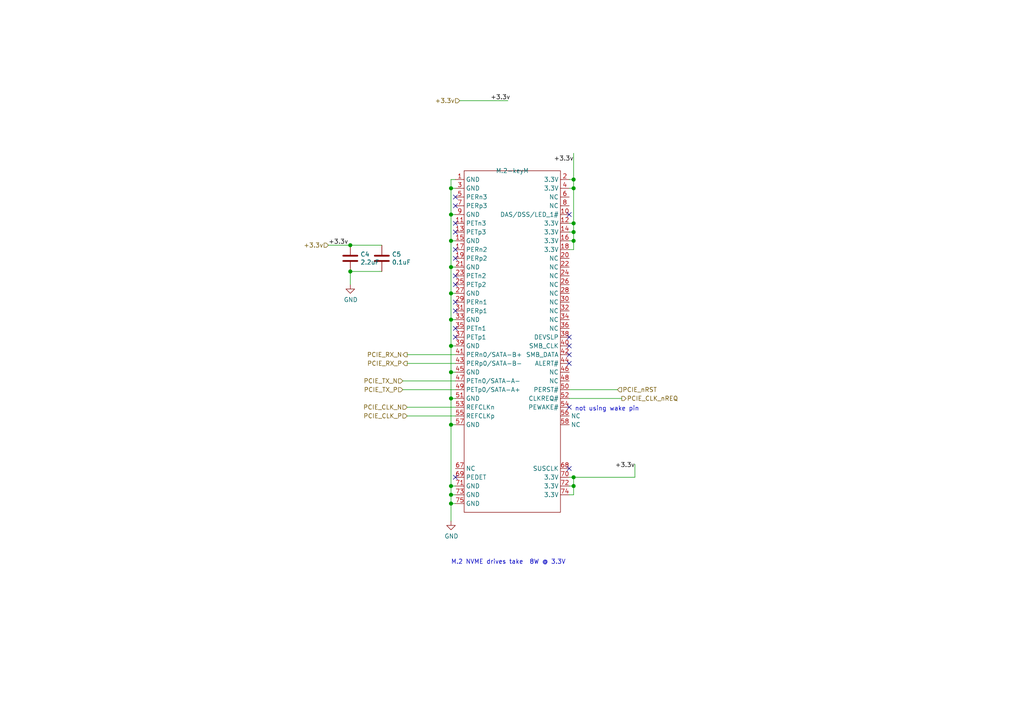
<source format=kicad_sch>
(kicad_sch (version 20210406) (generator eeschema)
  (paper "A4")
  (lib_symbols
    (symbol "CM4IO:M.2-keyM"
      (property "Value" "M.2-keyM" (at 5.08 -1.27 0))
      (symbol "M.2-keyM_0_0"
        (pin passive line (at 12.7 -15.24 180) (length 2.54) (name "DAS/DSS/LED_1#") (number "10"))
        (pin passive line (at -20.32 -17.78 0) (length 2.54) (name "PETn3") (number "11"))
        (pin power_in line (at 12.7 -17.78 180) (length 2.54) (name "3.3V") (number "12"))
        (pin passive line (at -20.32 -20.32 0) (length 2.54) (name "PETp3") (number "13"))
        (pin power_in line (at 12.7 -20.32 180) (length 2.54) (name "3.3V") (number "14"))
        (pin power_in line (at -20.32 -22.86 0) (length 2.54) (name "GND") (number "15"))
        (pin power_in line (at 12.7 -22.86 180) (length 2.54) (name "3.3V") (number "16"))
        (pin passive line (at -20.32 -25.4 0) (length 2.54) (name "PERn2") (number "17"))
        (pin power_in line (at 12.7 -25.4 180) (length 2.54) (name "3.3V") (number "18"))
        (pin passive line (at -20.32 -27.94 0) (length 2.54) (name "PERp2") (number "19"))
        (pin free line (at 12.7 -27.94 180) (length 2.54) (name "NC") (number "20"))
        (pin power_in line (at -20.32 -30.48 0) (length 2.54) (name "GND") (number "21"))
        (pin free line (at 12.7 -30.48 180) (length 2.54) (name "NC") (number "22"))
        (pin passive line (at -20.32 -33.02 0) (length 2.54) (name "PETn2") (number "23"))
        (pin free line (at 12.7 -33.02 180) (length 2.54) (name "NC") (number "24"))
        (pin passive line (at -20.32 -35.56 0) (length 2.54) (name "PETp2") (number "25"))
        (pin free line (at 12.7 -35.56 180) (length 2.54) (name "NC") (number "26"))
        (pin power_in line (at -20.32 -38.1 0) (length 2.54) (name "GND") (number "27"))
        (pin free line (at 12.7 -38.1 180) (length 2.54) (name "NC") (number "28"))
        (pin passive line (at -20.32 -40.64 0) (length 2.54) (name "PERn1") (number "29"))
        (pin power_in line (at -20.32 -7.62 0) (length 2.54) (name "GND") (number "3"))
        (pin free line (at 12.7 -40.64 180) (length 2.54) (name "NC") (number "30"))
        (pin passive line (at -20.32 -43.18 0) (length 2.54) (name "PERp1") (number "31"))
        (pin free line (at 12.7 -43.18 180) (length 2.54) (name "NC") (number "32"))
        (pin power_in line (at -20.32 -45.72 0) (length 2.54) (name "GND") (number "33"))
        (pin free line (at 12.7 -45.72 180) (length 2.54) (name "NC") (number "34"))
        (pin passive line (at -20.32 -48.26 0) (length 2.54) (name "PETn1") (number "35"))
        (pin free line (at 12.7 -48.26 180) (length 2.54) (name "NC") (number "36"))
        (pin passive line (at -20.32 -50.8 0) (length 2.54) (name "PETp1") (number "37"))
        (pin passive line (at 12.7 -50.8 180) (length 2.54) (name "DEVSLP") (number "38"))
        (pin passive line (at -20.32 -53.34 0) (length 2.54) (name "GND") (number "39"))
        (pin power_in line (at 12.7 -7.62 180) (length 2.54) (name "3.3V") (number "4"))
        (pin passive line (at 12.7 -53.34 180) (length 2.54) (name "SMB_CLK") (number "40"))
        (pin passive line (at -20.32 -55.88 0) (length 2.54) (name "PERn0/SATA-B+") (number "41"))
        (pin passive line (at 12.7 -55.88 180) (length 2.54) (name "SMB_DATA") (number "42"))
        (pin passive line (at -20.32 -58.42 0) (length 2.54) (name "PERp0/SATA-B-") (number "43"))
        (pin passive line (at 12.7 -58.42 180) (length 2.54) (name "ALERT#") (number "44"))
        (pin power_in line (at -20.32 -60.96 0) (length 2.54) (name "GND") (number "45"))
        (pin free line (at 12.7 -60.96 180) (length 2.54) (name "NC") (number "46"))
        (pin passive line (at -20.32 -63.5 0) (length 2.54) (name "PETn0/SATA-A-") (number "47"))
        (pin free line (at 12.7 -63.5 180) (length 2.54) (name "NC") (number "48"))
        (pin passive line (at -20.32 -66.04 0) (length 2.54) (name "PETp0/SATA-A+") (number "49"))
        (pin passive line (at -20.32 -10.16 0) (length 2.54) (name "PERn3") (number "5"))
        (pin passive line (at 12.7 -66.04 180) (length 2.54) (name "PERST#") (number "50"))
        (pin power_in line (at -20.32 -68.58 0) (length 2.54) (name "GND") (number "51"))
        (pin passive line (at 12.7 -68.58 180) (length 2.54) (name "CLKREQ#") (number "52"))
        (pin passive line (at -20.32 -71.12 0) (length 2.54) (name "REFCLKn") (number "53"))
        (pin passive line (at 12.7 -71.12 180) (length 2.54) (name "PEWAKE#") (number "54"))
        (pin passive line (at -20.32 -73.66 0) (length 2.54) (name "REFCLKp") (number "55"))
        (pin free line (at 10.16 -73.66 0) (length 2.54) (name "NC") (number "56"))
        (pin power_in line (at -20.32 -76.2 0) (length 2.54) (name "GND") (number "57"))
        (pin free line (at 10.16 -76.2 0) (length 2.54) (name "NC") (number "58"))
        (pin free line (at 12.7 -10.16 180) (length 2.54) (name "NC") (number "6"))
        (pin free line (at -20.32 -88.9 0) (length 2.54) (name "NC") (number "67"))
        (pin passive line (at 12.7 -88.9 180) (length 2.54) (name "SUSCLK") (number "68"))
        (pin passive line (at -20.32 -91.44 0) (length 2.54) (name "PEDET") (number "69"))
        (pin passive line (at -20.32 -12.7 0) (length 2.54) (name "PERp3") (number "7"))
        (pin power_in line (at 12.7 -91.44 180) (length 2.54) (name "3.3V") (number "70"))
        (pin power_in line (at -20.32 -93.98 0) (length 2.54) (name "GND") (number "71"))
        (pin power_in line (at 12.7 -93.98 180) (length 2.54) (name "3.3V") (number "72"))
        (pin power_in line (at -20.32 -96.52 0) (length 2.54) (name "GND") (number "73"))
        (pin power_in line (at 12.7 -96.52 180) (length 2.54) (name "3.3V") (number "74"))
        (pin power_in line (at -20.32 -99.06 0) (length 2.54) (name "GND") (number "75"))
        (pin free line (at 12.7 -12.7 180) (length 2.54) (name "NC") (number "8"))
        (pin power_in line (at -20.32 -15.24 0) (length 2.54) (name "GND") (number "9"))
      )
      (symbol "M.2-keyM_0_1"
        (rectangle (start -17.78 -2.54) (end 10.16 -101.6) (stroke (width 0.1524)))
      )
      (symbol "M.2-keyM_1_1"
        (pin power_in line (at -20.32 -5.08 0) (length 2.54) (name "GND") (number "1"))
        (pin power_in line (at 12.7 -5.08 180) (length 2.54) (name "3.3V") (number "2"))
      )
    )
    (symbol "Device:C" (pin_numbers hide) (pin_names (offset 0.254))
      (property "Reference" "C" (at 0.635 2.54 0))
      (property "Value" "C" (at 0.635 -2.54 0))
      (symbol "C_0_1"
        (polyline (pts (xy -2.032 -0.762) (xy 2.032 -0.762)) (stroke (width 0.508)))
        (polyline (pts (xy -2.032 0.762) (xy 2.032 0.762)) (stroke (width 0.508)))
      )
      (symbol "C_1_1"
        (pin passive line (at 0 3.81 270) (length 2.794) (name "~") (number "1"))
        (pin passive line (at 0 -3.81 90) (length 2.794) (name "~") (number "2"))
      )
    )
    (symbol "power:GND" (power) (pin_names (offset 0))
      (property "Value" "GND" (at 0 -3.81 0))
      (symbol "GND_0_1"
        (polyline (pts (xy 0 0) (xy 0 -1.27) (xy 1.27 -1.27) (xy 0 -2.54) (xy -1.27 -1.27) (xy 0 -1.27)))
      )
      (symbol "GND_1_1"
        (pin power_in line (at 0 0 270) (length 0) hide (name "GND") (number "1"))
      )
    )
  )
  (junction (at 101.6 71.12) (diameter 1.016))
  (junction (at 101.6 78.74) (diameter 1.016))
  (junction (at 130.81 54.61) (diameter 1.016))
  (junction (at 130.81 62.23) (diameter 1.016))
  (junction (at 130.81 69.85) (diameter 1.016))
  (junction (at 130.81 77.47) (diameter 1.016))
  (junction (at 130.81 85.09) (diameter 1.016))
  (junction (at 130.81 92.71) (diameter 1.016))
  (junction (at 130.81 100.33) (diameter 1.016))
  (junction (at 130.81 107.95) (diameter 1.016))
  (junction (at 130.81 115.57) (diameter 1.016))
  (junction (at 130.81 123.19) (diameter 1.016))
  (junction (at 130.81 140.97) (diameter 1.016))
  (junction (at 130.81 143.51) (diameter 1.016))
  (junction (at 130.81 146.05) (diameter 1.016))
  (junction (at 166.37 52.07) (diameter 1.016))
  (junction (at 166.37 54.61) (diameter 1.016))
  (junction (at 166.37 64.77) (diameter 1.016))
  (junction (at 166.37 67.31) (diameter 1.016))
  (junction (at 166.37 69.85) (diameter 1.016))
  (junction (at 166.37 138.43) (diameter 1.016))
  (junction (at 166.37 140.97) (diameter 1.016))
  (no_connect (at 132.08 57.15))
  (no_connect (at 132.08 59.69))
  (no_connect (at 132.08 64.77))
  (no_connect (at 132.08 67.31))
  (no_connect (at 132.08 72.39))
  (no_connect (at 132.08 74.93))
  (no_connect (at 132.08 80.01))
  (no_connect (at 132.08 82.55))
  (no_connect (at 132.08 87.63))
  (no_connect (at 132.08 90.17))
  (no_connect (at 132.08 95.25))
  (no_connect (at 132.08 97.79))
  (no_connect (at 132.08 138.43))
  (no_connect (at 165.1 62.23))
  (no_connect (at 165.1 97.79))
  (no_connect (at 165.1 100.33))
  (no_connect (at 165.1 102.87))
  (no_connect (at 165.1 105.41))
  (no_connect (at 165.1 118.11))
  (no_connect (at 165.1 135.89))
  (wire (pts (xy 95.25 71.12) (xy 101.6 71.12)))
  (wire (pts (xy 101.6 71.12) (xy 110.744 71.12)))
  (wire (pts (xy 101.6 78.74) (xy 110.744 78.74)))
  (wire (pts (xy 101.6 82.55) (xy 101.6 78.74)))
  (wire (pts (xy 130.81 52.07) (xy 132.08 52.07)))
  (wire (pts (xy 130.81 54.61) (xy 130.81 52.07)))
  (wire (pts (xy 130.81 62.23) (xy 130.81 54.61)))
  (wire (pts (xy 130.81 69.85) (xy 130.81 62.23)))
  (wire (pts (xy 130.81 77.47) (xy 130.81 69.85)))
  (wire (pts (xy 130.81 85.09) (xy 130.81 77.47)))
  (wire (pts (xy 130.81 92.71) (xy 130.81 85.09)))
  (wire (pts (xy 130.81 100.33) (xy 130.81 92.71)))
  (wire (pts (xy 130.81 107.95) (xy 130.81 100.33)))
  (wire (pts (xy 130.81 115.57) (xy 130.81 107.95)))
  (wire (pts (xy 130.81 123.19) (xy 130.81 115.57)))
  (wire (pts (xy 130.81 123.19) (xy 130.81 140.97)))
  (wire (pts (xy 130.81 140.97) (xy 130.81 143.51)))
  (wire (pts (xy 130.81 143.51) (xy 130.81 146.05)))
  (wire (pts (xy 130.81 143.51) (xy 132.08 143.51)))
  (wire (pts (xy 130.81 146.05) (xy 130.81 151.13)))
  (wire (pts (xy 130.81 146.05) (xy 132.08 146.05)))
  (wire (pts (xy 132.08 54.61) (xy 130.81 54.61)))
  (wire (pts (xy 132.08 62.23) (xy 130.81 62.23)))
  (wire (pts (xy 132.08 69.85) (xy 130.81 69.85)))
  (wire (pts (xy 132.08 77.47) (xy 130.81 77.47)))
  (wire (pts (xy 132.08 85.09) (xy 130.81 85.09)))
  (wire (pts (xy 132.08 92.71) (xy 130.81 92.71)))
  (wire (pts (xy 132.08 100.33) (xy 130.81 100.33)))
  (wire (pts (xy 132.08 102.87) (xy 118.11 102.87)))
  (wire (pts (xy 132.08 105.41) (xy 118.11 105.41)))
  (wire (pts (xy 132.08 107.95) (xy 130.81 107.95)))
  (wire (pts (xy 132.08 110.49) (xy 116.84 110.49)))
  (wire (pts (xy 132.08 113.03) (xy 116.84 113.03)))
  (wire (pts (xy 132.08 115.57) (xy 130.81 115.57)))
  (wire (pts (xy 132.08 118.11) (xy 118.11 118.11)))
  (wire (pts (xy 132.08 120.65) (xy 118.11 120.65)))
  (wire (pts (xy 132.08 123.19) (xy 130.81 123.19)))
  (wire (pts (xy 132.08 140.97) (xy 130.81 140.97)))
  (wire (pts (xy 133.35 29.21) (xy 147.32 29.21)))
  (wire (pts (xy 165.1 52.07) (xy 166.37 52.07)))
  (wire (pts (xy 165.1 54.61) (xy 166.37 54.61)))
  (wire (pts (xy 165.1 64.77) (xy 166.37 64.77)))
  (wire (pts (xy 165.1 67.31) (xy 166.37 67.31)))
  (wire (pts (xy 165.1 69.85) (xy 166.37 69.85)))
  (wire (pts (xy 165.1 72.39) (xy 166.37 72.39)))
  (wire (pts (xy 165.1 113.03) (xy 179.07 113.03)))
  (wire (pts (xy 165.1 115.57) (xy 180.34 115.57)))
  (wire (pts (xy 165.1 138.43) (xy 166.37 138.43)))
  (wire (pts (xy 165.1 140.97) (xy 166.37 140.97)))
  (wire (pts (xy 165.1 143.51) (xy 166.37 143.51)))
  (wire (pts (xy 166.37 44.45) (xy 166.37 52.07)))
  (wire (pts (xy 166.37 52.07) (xy 166.37 54.61)))
  (wire (pts (xy 166.37 64.77) (xy 166.37 54.61)))
  (wire (pts (xy 166.37 67.31) (xy 166.37 64.77)))
  (wire (pts (xy 166.37 69.85) (xy 166.37 67.31)))
  (wire (pts (xy 166.37 72.39) (xy 166.37 69.85)))
  (wire (pts (xy 166.37 138.43) (xy 184.15 138.43)))
  (wire (pts (xy 166.37 140.97) (xy 166.37 138.43)))
  (wire (pts (xy 166.37 143.51) (xy 166.37 140.97)))
  (wire (pts (xy 184.15 134.62) (xy 184.15 138.43)))
  (text "M.2 NVME drives take ~ 8W @ 3.3V" (at 130.81 163.83 0) (effects (font (size 1.27 1.27)) (justify left bottom)))
  (text "not using wake pin" (at 185.42 119.38 180) (effects (font (size 1.27 1.27)) (justify right bottom)))
  (label "+3.3v" (at 95.25 71.12 0))
  (label "+3.3v" (at 142.24 29.21 0))
  (label "+3.3v" (at 166.37 46.99 180))
  (label "+3.3v" (at 184.15 135.89 180))
  (hierarchical_label "+3.3v" (shape input) (at 95.25 71.12 180))
  (hierarchical_label "PCIE_TX_N" (shape input) (at 116.84 110.49 180))
  (hierarchical_label "PCIE_TX_P" (shape input) (at 116.84 113.03 180))
  (hierarchical_label "PCIE_RX_N" (shape output) (at 118.11 102.87 180))
  (hierarchical_label "PCIE_RX_P" (shape output) (at 118.11 105.41 180))
  (hierarchical_label "PCIE_CLK_N" (shape input) (at 118.11 118.11 180))
  (hierarchical_label "PCIE_CLK_P" (shape input) (at 118.11 120.65 180))
  (hierarchical_label "+3.3v" (shape input) (at 133.35 29.21 180))
  (hierarchical_label "PCIE_nRST" (shape input) (at 179.07 113.03 0))
  (hierarchical_label "PCIE_CLK_nREQ" (shape output) (at 180.34 115.57 0))
  (symbol (lib_id "power:GND") (at 101.6 82.55 0) (unit 1)
    (property "Reference" "#PWR063" (effects hide))
    (property "Value" "GND" (at 101.727 86.9442 0))
  )
  (symbol (lib_id "power:GND") (at 130.81 151.13 0) (unit 1)
    (property "Reference" "#PWR064" (effects hide))
    (property "Value" "GND" (at 130.937 155.5242 0))
  )
  (symbol (lib_id "Device:C") (at 101.6 74.93 0) (unit 1)
    (property "Reference" "C4" (at 104.521 73.7616 0) (effects (justify left)))
    (property "Value" "2.2uF" (at 104.521 76.073 0) (effects (justify left)))
    (property "Footprint" "Capacitor_SMD:C_0603_1608Metric" (effects hide))
    (property "Datasheet" "https://search.murata.co.jp/Ceramy/image/img/A01X/G101/ENG/GRM21BR71A106KA73-01.pdf" (effects hide))
    (property "Field5" "490-14381-1-ND" (effects hide))
    (property "Field4" "Digikey" (effects hide))
    (property "Field6" "GRM21BR71A106KA73L" (effects hide))
    (property "Field7" "Murata" (effects hide))
    (property "Part Description" "	10uF 10% 10V Ceramic Capacitor X7R 0805 (2012 Metric)" (effects hide))
    (property "Field8" "111893011" (effects hide))
  )
  (symbol (lib_id "Device:C") (at 110.744 74.93 0) (unit 1)
    (property "Reference" "C5" (at 113.665 73.7616 0) (effects (justify left)))
    (property "Value" "0.1uF" (at 113.665 76.073 0) (effects (justify left)))
    (property "Footprint" "Capacitor_SMD:C_0603_1608Metric" (effects hide))
    (property "Datasheet" "https://search.murata.co.jp/Ceramy/image/img/A01X/G101/ENG/GRM21BR71A106KA73-01.pdf" (effects hide))
    (property "Field5" "490-14381-1-ND" (effects hide))
    (property "Field4" "Digikey" (effects hide))
    (property "Field6" "GRM21BR71A106KA73L" (effects hide))
    (property "Field7" "Murata" (effects hide))
    (property "Part Description" "	10uF 10% 10V Ceramic Capacitor X7R 0805 (2012 Metric)" (effects hide))
    (property "Field8" "111893011" (effects hide))
  )
  (symbol (lib_id "CM4IO:M.2-keyM") (at 152.4 46.99 0) (unit 1)
    (property "Reference" "U2" (effects hide))
    (property "Value" "M.2-keyM" (at 148.59 49.53 0))
    (property "Footprint" "cm4crypto:M.2 - M - MDT420M01002" (effects hide))
  )
)
</source>
